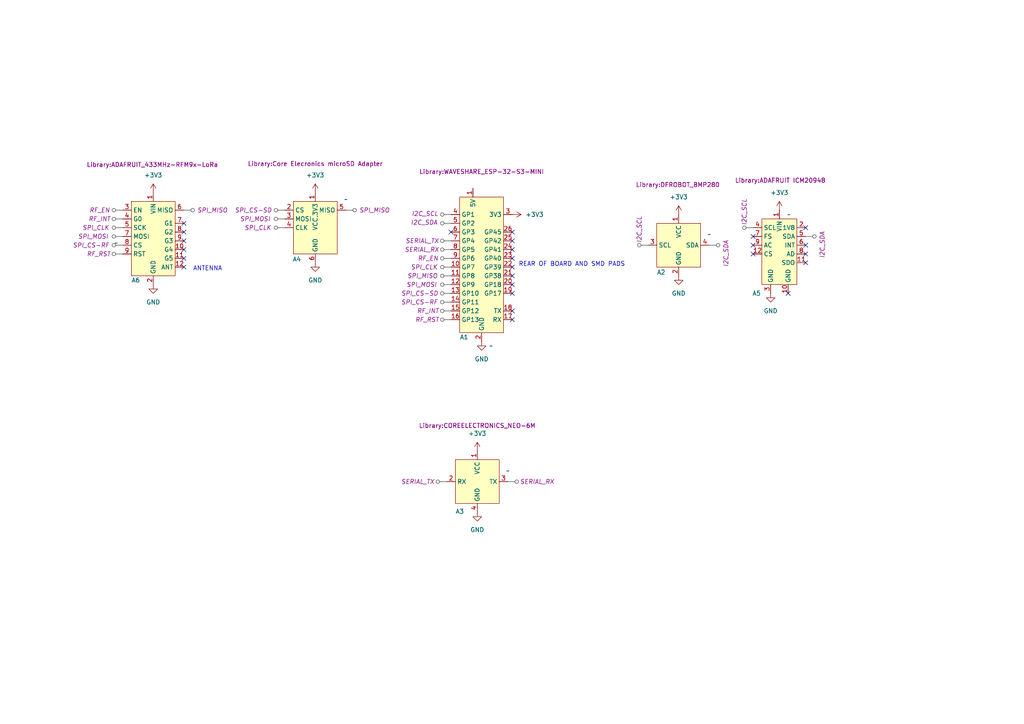
<source format=kicad_sch>
(kicad_sch (version 20231120) (generator "eeschema") (generator_version "8.0")
  (paper "A4")
  (lib_symbols
    (symbol "New_Library:ADAFRUIT_433mhZ-RFM9x-LoRa"
      (property "Reference" "A" (at -10.16 8.128 0))
      (property "Footprint" "Library:ADAFRUIT_433MHz-RFM9x-LoRa" (at 0.254 14.986 0))
      (symbol "ADAFRUIT_433mhZ-RFM9x-LoRa_1_1"
        (rectangle (start -6.35 6.35) (end 6.35 -15.24) (fill (type background)))
        (pin input line (at 0 8.89 270) (length 2.54) (name "VIN") (number "1"))
        (pin bidirectional line (at 8.89 -7.62 180) (length 2.54) (name "G4") (number "10"))
        (pin bidirectional line (at 8.89 -10.16 180) (length 2.54) (name "G5") (number "11"))
        (pin bidirectional line (at 8.89 -12.7 180) (length 2.54) (name "ANT") (number "12"))
        (pin output line (at 0 -17.78 90) (length 2.54) (name "GND") (number "2"))
        (pin input line (at -8.89 3.81 0) (length 2.54) (name "EN") (number "3"))
        (pin input line (at -8.89 1.27 0) (length 2.54) (name "G0") (number "4"))
        (pin input line (at -8.89 -1.27 0) (length 2.54) (name "SCK") (number "5"))
        (pin output line (at 8.89 3.81 180) (length 2.54) (name "MISO") (number "6"))
        (pin bidirectional line (at 8.89 0 180) (length 2.54) (name "G1") (number "7"))
        (pin input line (at -8.89 -3.81 0) (length 2.54) (name "MOSI") (number "7"))
        (pin input line (at -8.89 -6.35 0) (length 2.54) (name "CS") (number "8"))
        (pin bidirectional line (at 8.89 -2.54 180) (length 2.54) (name "G2") (number "8"))
        (pin bidirectional line (at 8.89 -5.08 180) (length 2.54) (name "G3") (number "9"))
        (pin input line (at -8.89 -8.89 0) (length 2.54) (name "RST") (number "9"))
      )
    )
    (symbol "New_Library:ADAFRUIT_ICM20948"
      (property "Reference" "A" (at -4.572 9.906 0))
      (property "Footprint" "Library:ADAFRUIT ICM20948" (at 0 17.526 0))
      (symbol "ADAFRUIT_ICM20948_1_1"
        (rectangle (start -5.08 8.89) (end 5.08 -10.16) (fill (type background)))
        (pin input line (at 0 11.43 270) (length 2.54) (name "VIN") (number "1"))
        (pin output line (at 2.54 -12.7 90) (length 2.54) (name "GND") (number "10"))
        (pin output line (at 7.62 -3.81 180) (length 2.54) (name "SDO") (number "11"))
        (pin input line (at -7.62 -1.27 0) (length 2.54) (name "CS") (number "12"))
        (pin output line (at 7.62 6.35 180) (length 2.54) (name "1V8") (number "2"))
        (pin output line (at -2.54 -12.7 90) (length 2.54) (name "GND") (number "3"))
        (pin input line (at -7.62 6.35 0) (length 2.54) (name "SCL") (number "4"))
        (pin output line (at 7.62 3.81 180) (length 2.54) (name "SDA") (number "5"))
        (pin output line (at 7.62 1.27 180) (length 2.54) (name "INT") (number "6"))
        (pin input line (at -7.62 3.81 0) (length 2.54) (name "FS") (number "7"))
        (pin output line (at 7.62 -1.27 180) (length 2.54) (name "AD") (number "8"))
        (pin input line (at -7.62 1.27 0) (length 2.54) (name "AC") (number "9"))
      )
    )
    (symbol "New_Library:COREELECTRONICS_MICROSDADAPTER"
      (property "Reference" "A" (at -6.096 10.16 0))
      (property "Footprint" "Library:Core Elecronics microSD Adapter" (at -0.254 14.986 0))
      (symbol "COREELECTRONICS_MICROSDADAPTER_1_1"
        (rectangle (start -6.35 6.35) (end 6.35 -8.89) (fill (type background)))
        (pin input line (at 0 8.89 270) (length 2.54) (name "VCC,3V3") (number "1"))
        (pin input line (at -8.89 3.81 0) (length 2.54) (name "CS") (number "2"))
        (pin input line (at -8.89 1.27 0) (length 2.54) (name "MOSI") (number "3"))
        (pin input line (at -8.89 -1.27 0) (length 2.54) (name "CLK") (number "4"))
        (pin output line (at 8.89 3.81 180) (length 2.54) (name "MISO") (number "5"))
        (pin output line (at 0 -11.43 90) (length 2.54) (name "GND") (number "6"))
      )
    )
    (symbol "New_Library:COREELECTRONICS_NEO-6M"
      (property "Reference" "A" (at -5.842 7.62 0))
      (symbol "COREELECTRONICS_NEO-6M_1_1"
        (rectangle (start -6.35 6.35) (end 6.35 -6.35) (fill (type background)))
        (pin input line (at 0 8.89 270) (length 2.54) (name "VCC") (number "1"))
        (pin input line (at -8.89 0 0) (length 2.54) (name "RX") (number "2"))
        (pin output line (at 8.89 0 180) (length 2.54) (name "TX") (number "3"))
        (pin output line (at 0 -8.89 90) (length 2.54) (name "GND") (number "4"))
      )
    )
    (symbol "New_Library:DFROBOT_BMP280"
      (property "Reference" "A" (at -5.842 7.62 0))
      (symbol "DFROBOT_BMP280_1_1"
        (rectangle (start -6.35 6.35) (end 6.35 -6.35) (fill (type background)))
        (pin input line (at 0 8.89 270) (length 2.54) (name "VCC") (number "1"))
        (pin output line (at 0 -8.89 90) (length 2.54) (name "GND") (number "2"))
        (pin input line (at -8.89 0 0) (length 2.54) (name "SCL") (number "3"))
        (pin output line (at 8.89 0 180) (length 2.54) (name "SDA") (number "4"))
      )
    )
    (symbol "New_Library:ESP32-S3-ZERO"
      (property "Reference" "A" (at -5.842 14.986 0))
      (symbol "ESP32-S3-ZERO_1_1"
        (rectangle (start -6.35 13.97) (end 6.35 -25.4) (fill (type background)))
        (pin input line (at -2.54 16.51 270) (length 2.54) (name "5V") (number "1"))
        (pin bidirectional line (at -8.89 -6.35 0) (length 2.54) (name "GP7") (number "10"))
        (pin bidirectional line (at -8.89 -8.89 0) (length 2.54) (name "GP8") (number "11"))
        (pin bidirectional line (at -8.89 -11.43 0) (length 2.54) (name "GP9") (number "12"))
        (pin bidirectional line (at -8.89 -13.97 0) (length 2.54) (name "GP10") (number "13"))
        (pin bidirectional line (at -8.89 -16.51 0) (length 2.54) (name "GP11") (number "14"))
        (pin bidirectional line (at -8.89 -19.05 0) (length 2.54) (name "GP12") (number "15"))
        (pin bidirectional line (at -8.89 -21.59 0) (length 2.54) (name "GP13") (number "16"))
        (pin bidirectional line (at 8.89 -21.59 180) (length 2.54) (name "RX") (number "17"))
        (pin bidirectional line (at 8.89 -19.05 180) (length 2.54) (name "TX") (number "18"))
        (pin bidirectional line (at 8.89 -13.97 180) (length 2.54) (name "GP17") (number "19"))
        (pin output line (at 0 -27.94 90) (length 2.54) (name "GND") (number "2"))
        (pin bidirectional line (at 8.89 -11.43 180) (length 2.54) (name "GP18") (number "20"))
        (pin bidirectional line (at 8.89 -8.89 180) (length 2.54) (name "GP38") (number "21"))
        (pin bidirectional line (at 8.89 -6.35 180) (length 2.54) (name "GP39") (number "22"))
        (pin bidirectional line (at 8.89 -3.81 180) (length 2.54) (name "GP40") (number "23"))
        (pin bidirectional line (at 8.89 -1.27 180) (length 2.54) (name "GP41") (number "24"))
        (pin bidirectional line (at 8.89 1.27 180) (length 2.54) (name "GP42") (number "25"))
        (pin bidirectional line (at 8.89 3.81 180) (length 2.54) (name "GP45") (number "26"))
        (pin output line (at 8.89 8.89 180) (length 2.54) (name "3V3") (number "3"))
        (pin bidirectional line (at -8.89 8.89 0) (length 2.54) (name "GP1") (number "4"))
        (pin bidirectional line (at -8.89 6.35 0) (length 2.54) (name "GP2") (number "5"))
        (pin bidirectional line (at -8.89 3.81 0) (length 2.54) (name "GP3") (number "6"))
        (pin bidirectional line (at -8.89 1.27 0) (length 2.54) (name "GP4") (number "7"))
        (pin bidirectional line (at -8.89 -1.27 0) (length 2.54) (name "GP5") (number "8"))
        (pin bidirectional line (at -8.89 -3.81 0) (length 2.54) (name "GP6") (number "9"))
      )
    )
    (symbol "power:+3V3" (power) (pin_numbers hide) (pin_names (offset 0) hide)
      (property "Value" "+3V3" (at 0 3.556 0))
      (symbol "+3V3_0_1"
        (polyline (pts (xy -0.762 1.27) (xy 0 2.54)))
        (polyline (pts (xy 0 0) (xy 0 2.54)))
        (polyline (pts (xy 0 2.54) (xy 0.762 1.27)))
      )
      (symbol "+3V3_1_1"
        (pin power_in line (at 0 0 90) (length 0) (name "~") (number "1"))
      )
    )
    (symbol "power:GND" (power) (pin_numbers hide) (pin_names (offset 0) hide)
      (property "Value" "GND" (at 0 -3.81 0))
      (symbol "GND_0_1"
        (polyline (pts (xy 0 0) (xy 0 -1.27) (xy 1.27 -1.27) (xy 0 -2.54) (xy -1.27 -1.27) (xy 0 -1.27)))
      )
      (symbol "GND_1_1"
        (pin power_in line (at 0 0 270) (length 0) (name "~") (number "1"))
      )
    )
  )
  (no_connect (at 148.59 85.09))
  (no_connect (at 233.68 73.66))
  (no_connect (at 53.34 64.77))
  (no_connect (at 233.68 66.04))
  (no_connect (at 148.59 72.39))
  (no_connect (at 53.34 74.93))
  (no_connect (at 53.34 67.31))
  (no_connect (at 148.59 74.93))
  (no_connect (at 148.59 92.71))
  (no_connect (at 53.34 77.47))
  (no_connect (at 148.59 77.47))
  (no_connect (at 130.81 67.31))
  (no_connect (at 233.68 76.2))
  (no_connect (at 228.6 85.09))
  (no_connect (at 148.59 80.01))
  (no_connect (at 148.59 67.31))
  (no_connect (at 148.59 69.85))
  (no_connect (at 53.34 69.85))
  (no_connect (at 218.44 71.12))
  (no_connect (at 233.68 71.12))
  (no_connect (at 53.34 72.39))
  (no_connect (at 218.44 68.58))
  (no_connect (at 148.59 90.17))
  (no_connect (at 148.59 82.55))
  (no_connect (at 218.44 73.66))
  (text "REAR OF BOARD AND SMD PADS" (at 165.862 76.708 0) (effects (font (size 1.27 1.27))))
  (text "ANTENNA " (at 60.706 77.978 0) (effects (font (size 1.27 1.27))))
  (netclass_flag "" (length 2.54) (shape round) (at 218.44 66.04 90) (property "Netclass" "I2C_SCL" (at 215.9 65.3415 90) (effects (font (italic yes)) (justify left))))
  (netclass_flag "" (length 2.54) (shape round) (at 82.55 63.5 90) (property "Netclass" "SPI_MOSI" (at 69.596 63.5 0) (effects (font (italic yes)) (justify left))))
  (netclass_flag "" (length 2.54) (shape round) (at 130.81 90.17 90) (property "Netclass" "RF_INT" (at 120.904 90.17 0) (effects (font (italic yes)) (justify left))))
  (netclass_flag "" (length 2.54) (shape round) (at 35.56 73.66 90) (property "Netclass" "RF_RST" (at 25.146 73.66 0) (effects (font (italic yes)) (justify left))))
  (netclass_flag "" (length 2.54) (shape round) (at 205.74 71.12 270) (property "Netclass" "I2C_SDA" (at 210.566 69.596 90) (effects (font (italic yes)) (justify right))))
  (netclass_flag "" (length 2.54) (shape round) (at 35.56 60.96 90) (property "Netclass" "RF_EN" (at 25.908 60.96 0) (effects (font (italic yes)) (justify left))))
  (netclass_flag "" (length 2.54) (shape round) (at 130.81 85.09 90) (property "Netclass" "SPI_CS-SD" (at 116.332 85.09 0) (effects (font (italic yes)) (justify left))))
  (netclass_flag "" (length 2.54) (shape round) (at 53.34 60.96 270) (property "Netclass" "SPI_MISO" (at 66.04 60.96 0) (effects (font (italic yes)) (justify right))))
  (netclass_flag "" (length 2.54) (shape round) (at 35.56 68.58 90) (property "Netclass" "SPI_MOSI" (at 22.606 68.58 0) (effects (font (italic yes)) (justify left))))
  (netclass_flag "" (length 2.54) (shape round) (at 130.81 82.55 90) (property "Netclass" "SPI_MOSI" (at 117.856 82.55 0) (effects (font (italic yes)) (justify left))))
  (netclass_flag "" (length 2.54) (shape round) (at 130.81 74.93 90) (property "Netclass" "RF_EN" (at 121.158 74.93 0) (effects (font (italic yes)) (justify left))))
  (netclass_flag "" (length 2.54) (shape round) (at 130.81 80.01 90) (property "Netclass" "SPI_MISO" (at 118.11 80.01 0) (effects (font (italic yes)) (justify left))))
  (netclass_flag "" (length 2.54) (shape round) (at 130.81 69.85 90) (property "Netclass" "SERIAL_TX" (at 117.602 69.85 0) (effects (font (italic yes)) (justify left))))
  (netclass_flag "" (length 2.54) (shape round) (at 35.56 71.12 90) (property "Netclass" "SPI_CS-RF" (at 21.082 71.12 0) (effects (font (italic yes)) (justify left))))
  (netclass_flag "" (length 2.54) (shape round) (at 130.81 87.63 90) (property "Netclass" "SPI_CS-RF" (at 116.332 87.63 0) (effects (font (italic yes)) (justify left))))
  (netclass_flag "" (length 2.54) (shape round) (at 130.81 62.23 90) (property "Netclass" "I2C_SCL" (at 119.38 61.976 0) (effects (font (italic yes)) (justify left))))
  (netclass_flag "" (length 2.54) (shape round) (at 130.81 92.71 90) (property "Netclass" "RF_RST" (at 120.396 92.71 0) (effects (font (italic yes)) (justify left))))
  (netclass_flag "" (length 2.54) (shape round) (at 130.81 64.77 90) (property "Netclass" "I2C_SDA" (at 119.126 64.516 0) (effects (font (italic yes)) (justify left))))
  (netclass_flag "" (length 2.54) (shape round) (at 100.33 60.96 270) (property "Netclass" "SPI_MISO" (at 113.03 60.96 0) (effects (font (italic yes)) (justify right))))
  (netclass_flag "" (length 2.54) (shape round) (at 82.55 60.96 90) (property "Netclass" "SPI_CS-SD" (at 68.072 60.96 0) (effects (font (italic yes)) (justify left))))
  (netclass_flag "" (length 2.54) (shape round) (at 187.96 71.12 90) (property "Netclass" "I2C_SCL" (at 185.42 70.4215 90) (effects (font (italic yes)) (justify left))))
  (netclass_flag "" (length 2.54) (shape round) (at 147.32 139.7 270) (property "Netclass" "SERIAL_RX" (at 160.782 139.7 0) (effects (font (italic yes)) (justify right))))
  (netclass_flag "" (length 2.54) (shape round) (at 130.81 72.39 90) (property "Netclass" "SERIAL_RX" (at 117.348 72.39 0) (effects (font (italic yes)) (justify left))))
  (netclass_flag "" (length 2.54) (shape round) (at 130.81 77.47 90) (property "Netclass" "SPI_CLK" (at 119.126 77.47 0) (effects (font (italic yes)) (justify left))))
  (netclass_flag "" (length 2.54) (shape round) (at 233.68 68.58 270) (property "Netclass" "I2C_SDA" (at 238.506 67.056 90) (effects (font (italic yes)) (justify right))))
  (netclass_flag "" (length 2.54) (shape round) (at 35.56 66.04 90) (property "Netclass" "SPI_CLK" (at 23.876 66.04 0) (effects (font (italic yes)) (justify left))))
  (netclass_flag "" (length 2.54) (shape round) (at 129.54 139.7 90) (property "Netclass" "SERIAL_TX" (at 116.332 139.7 0) (effects (font (italic yes)) (justify left))))
  (netclass_flag "" (length 2.54) (shape round) (at 35.56 63.5 90) (property "Netclass" "RF_INT" (at 25.654 63.5 0) (effects (font (italic yes)) (justify left))))
  (netclass_flag "" (length 2.54) (shape round) (at 82.55 66.04 90) (property "Netclass" "SPI_CLK" (at 70.866 66.04 0) (effects (font (italic yes)) (justify left))))
  (symbol (lib_id "New_Library:ADAFRUIT_433mhZ-RFM9x-LoRa") (at 44.45 64.77 0) (unit 1)
    (property "Reference" "A6" (at 40.64 81.28 0) (effects (justify right)))
    (property "Value" "~" (at 34.29 70.485 0) (effects (justify right)))
    (property "Footprint" "Library:ADAFRUIT_433MHz-RFM9x-LoRa" (at 44.196 47.752 0))
  )
  (symbol (lib_id "power:GND") (at 44.45 82.55 0) (unit 1)
    (property "Reference" "#PWR08" (effects (hide yes)))
    (property "Value" "GND" (at 44.45 87.63 0))
    (property "Description" "Power symbol creates a global label with name \"GND\" , ground" (effects (hide yes)))
  )
  (symbol (lib_id "New_Library:ESP32-S3-ZERO") (at 139.7 71.12 0) (unit 1)
    (property "Reference" "A1" (at 133.35 97.79 0) (effects (justify left)))
    (property "Value" "~" (at 141.8941 100.33 0) (effects (justify left)))
    (property "Footprint" "Library:WAVESHARE_ESP-32-S3-MINI" (at 139.7 49.784 0))
  )
  (symbol (lib_id "power:+3V3") (at 226.06 60.96 0) (unit 1)
    (property "Reference" "#PWR03" (effects (hide yes)))
    (property "Value" "+3V3" (at 226.06 55.88 0))
    (property "Description" "Power symbol creates a global label with name \"+3V3\"" (effects (hide yes)))
  )
  (symbol (lib_id "New_Library:COREELECTRONICS_NEO-6M") (at 138.43 139.7 0) (unit 1)
    (property "Reference" "A3" (at 133.35 148.336 0))
    (property "Value" "~" (at 147.32 136.5565 0))
    (property "Footprint" "Library:COREELECTRONICS_NEO-6M" (at 138.43 123.444 0))
  )
  (symbol (lib_id "power:GND") (at 196.85 80.01 0) (unit 1)
    (property "Reference" "#PWR010" (effects (hide yes)))
    (property "Value" "GND" (at 196.85 85.09 0))
    (property "Description" "Power symbol creates a global label with name \"GND\" , ground" (effects (hide yes)))
  )
  (symbol (lib_id "power:+3V3") (at 91.44 55.88 0) (unit 1)
    (property "Reference" "#PWR05" (effects (hide yes)))
    (property "Value" "+3V3" (at 91.44 50.8 0))
    (property "Description" "Power symbol creates a global label with name \"+3V3\"" (effects (hide yes)))
  )
  (symbol (lib_id "New_Library:ADAFRUIT_ICM20948") (at 226.06 72.39 0) (unit 1)
    (property "Reference" "A5" (at 218.186 85.09 0) (effects (justify left)))
    (property "Value" "~" (at 228.2541 62.23 0) (effects (justify left)))
    (property "Footprint" "Library:ADAFRUIT ICM20948" (at 226.314 52.324 0))
  )
  (symbol (lib_id "power:+3V3") (at 196.85 62.23 0) (unit 1)
    (property "Reference" "#PWR02" (effects (hide yes)))
    (property "Value" "+3V3" (at 196.85 57.15 0))
    (property "Description" "Power symbol creates a global label with name \"+3V3\"" (effects (hide yes)))
  )
  (symbol (lib_id "power:GND") (at 139.7 99.06 0) (unit 1)
    (property "Reference" "#PWR07" (effects (hide yes)))
    (property "Value" "GND" (at 139.7 104.14 0))
    (property "Description" "Power symbol creates a global label with name \"GND\" , ground" (effects (hide yes)))
  )
  (symbol (lib_id "power:GND") (at 91.44 76.2 0) (unit 1)
    (property "Reference" "#PWR09" (effects (hide yes)))
    (property "Value" "GND" (at 91.44 81.28 0))
    (property "Description" "Power symbol creates a global label with name \"GND\" , ground" (effects (hide yes)))
  )
  (symbol (lib_id "New_Library:DFROBOT_BMP280") (at 196.85 71.12 0) (unit 1)
    (property "Reference" "A2" (at 191.77 78.994 0))
    (property "Value" "~" (at 205.74 67.9765 0))
    (property "Footprint" "Library:DFROBOT_BMP280" (at 196.596 53.594 0))
  )
  (symbol (lib_id "New_Library:COREELECTRONICS_MICROSDADAPTER") (at 91.44 64.77 0) (unit 1)
    (property "Reference" "A4" (at 86.106 75.184 0))
    (property "Value" "~" (at 100.33 57.8165 0))
    (property "Footprint" "Library:Core Elecronics microSD Adapter" (at 91.44 47.498 0))
  )
  (symbol (lib_id "power:+3V3") (at 44.45 55.88 0) (unit 1)
    (property "Reference" "#PWR04" (effects (hide yes)))
    (property "Value" "+3V3" (at 44.45 50.8 0))
    (property "Description" "Power symbol creates a global label with name \"+3V3\"" (effects (hide yes)))
  )
  (symbol (lib_id "power:GND") (at 138.43 148.59 0) (unit 1)
    (property "Reference" "#PWR012" (effects (hide yes)))
    (property "Value" "GND" (at 138.43 153.67 0))
    (property "Description" "Power symbol creates a global label with name \"GND\" , ground" (effects (hide yes)))
  )
  (symbol (lib_id "power:+3V3") (at 138.43 130.81 0) (unit 1)
    (property "Reference" "#PWR06" (effects (hide yes)))
    (property "Value" "+3V3" (at 138.43 125.73 0))
    (property "Description" "Power symbol creates a global label with name \"+3V3\"" (effects (hide yes)))
  )
  (symbol (lib_id "power:+3V3") (at 148.59 62.23 270) (unit 1)
    (property "Reference" "#PWR01" (effects (hide yes)))
    (property "Value" "+3V3" (at 152.4 62.2299 90) (effects (justify left)))
    (property "Description" "Power symbol creates a global label with name \"+3V3\"" (effects (hide yes)))
  )
  (symbol (lib_id "power:GND") (at 223.52 85.09 0) (unit 1)
    (property "Reference" "#PWR011" (effects (hide yes)))
    (property "Value" "GND" (at 223.52 90.17 0))
    (property "Description" "Power symbol creates a global label with name \"GND\" , ground" (effects (hide yes)))
  )
)
</source>
